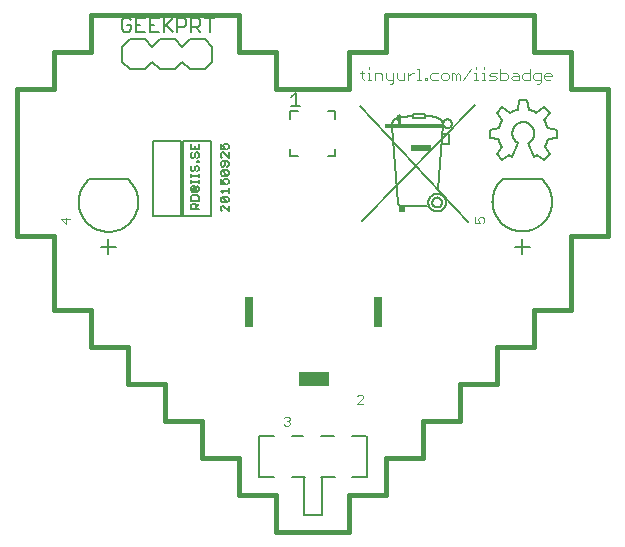
<source format=gto>
G75*
%MOIN*%
%OFA0B0*%
%FSLAX25Y25*%
%IPPOS*%
%LPD*%
%AMOC8*
5,1,8,0,0,1.08239X$1,22.5*
%
%ADD10C,0.01600*%
%ADD11C,0.00300*%
%ADD12C,0.00400*%
%ADD13R,0.10000X0.05000*%
%ADD14R,0.02835X0.10000*%
%ADD15C,0.00500*%
%ADD16C,0.00800*%
%ADD17C,0.00600*%
%ADD18C,0.00655*%
%ADD19R,0.19239X0.01392*%
%ADD20R,0.06631X0.02292*%
%ADD21R,0.02293X0.02210*%
D10*
X0087922Y0075619D02*
X0087922Y0087922D01*
X0075619Y0087922D01*
X0075619Y0100225D01*
X0063316Y0100225D01*
X0063316Y0124831D01*
X0051013Y0124831D01*
X0051013Y0174044D01*
X0063316Y0174044D01*
X0063316Y0186347D01*
X0075619Y0186347D01*
X0075619Y0198650D01*
X0124831Y0198650D01*
X0124831Y0186347D01*
X0137135Y0186347D01*
X0137135Y0174044D01*
X0161741Y0174044D01*
X0161741Y0186347D01*
X0174044Y0186347D01*
X0174044Y0198650D01*
X0223257Y0198650D01*
X0223257Y0186347D01*
X0235560Y0186347D01*
X0235560Y0174044D01*
X0247863Y0174044D01*
X0247863Y0124831D01*
X0235560Y0124831D01*
X0235560Y0100225D01*
X0223257Y0100225D01*
X0223257Y0087922D01*
X0210954Y0087922D01*
X0210954Y0075619D01*
X0198650Y0075619D01*
X0198650Y0063316D01*
X0186347Y0063316D01*
X0186347Y0051013D01*
X0174044Y0051013D01*
X0174044Y0038709D01*
X0161741Y0038709D01*
X0161741Y0026406D01*
X0137135Y0026406D01*
X0137135Y0038709D01*
X0124831Y0038709D01*
X0124831Y0051013D01*
X0112528Y0051013D01*
X0112528Y0063316D01*
X0100225Y0063316D01*
X0100225Y0075619D01*
X0087922Y0075619D01*
D11*
X0175152Y0175633D02*
X0175769Y0175633D01*
X0176386Y0176250D01*
X0176386Y0179336D01*
X0177601Y0179336D02*
X0177601Y0177485D01*
X0178218Y0176868D01*
X0180069Y0176868D01*
X0180069Y0179336D01*
X0181284Y0179336D02*
X0181284Y0176868D01*
X0181284Y0178102D02*
X0182518Y0179336D01*
X0183135Y0179336D01*
X0184353Y0180571D02*
X0184970Y0180571D01*
X0184970Y0176868D01*
X0184353Y0176868D02*
X0185587Y0176868D01*
X0186808Y0176868D02*
X0187426Y0176868D01*
X0187426Y0177485D01*
X0186808Y0177485D01*
X0186808Y0176868D01*
X0188650Y0177485D02*
X0189267Y0176868D01*
X0191119Y0176868D01*
X0192333Y0177485D02*
X0192333Y0178719D01*
X0192950Y0179336D01*
X0194185Y0179336D01*
X0194802Y0178719D01*
X0194802Y0177485D01*
X0194185Y0176868D01*
X0192950Y0176868D01*
X0192333Y0177485D01*
X0191119Y0179336D02*
X0189267Y0179336D01*
X0188650Y0178719D01*
X0188650Y0177485D01*
X0196016Y0176868D02*
X0196016Y0179336D01*
X0196633Y0179336D01*
X0197251Y0178719D01*
X0197868Y0179336D01*
X0198485Y0178719D01*
X0198485Y0176868D01*
X0199699Y0176868D02*
X0202168Y0180571D01*
X0203383Y0179336D02*
X0204000Y0179336D01*
X0204000Y0176868D01*
X0203383Y0176868D02*
X0204617Y0176868D01*
X0205838Y0176868D02*
X0207072Y0176868D01*
X0206455Y0176868D02*
X0206455Y0179336D01*
X0205838Y0179336D01*
X0206455Y0180571D02*
X0206455Y0181188D01*
X0204000Y0181188D02*
X0204000Y0180571D01*
X0208293Y0178719D02*
X0208911Y0179336D01*
X0210762Y0179336D01*
X0211977Y0179336D02*
X0213828Y0179336D01*
X0214445Y0178719D01*
X0214445Y0177485D01*
X0213828Y0176868D01*
X0211977Y0176868D01*
X0211977Y0180571D01*
X0210145Y0178102D02*
X0208911Y0178102D01*
X0208293Y0178719D01*
X0208293Y0176868D02*
X0210145Y0176868D01*
X0210762Y0177485D01*
X0210145Y0178102D01*
X0215660Y0177485D02*
X0216277Y0178102D01*
X0218128Y0178102D01*
X0218128Y0178719D02*
X0218128Y0176868D01*
X0216277Y0176868D01*
X0215660Y0177485D01*
X0216277Y0179336D02*
X0217511Y0179336D01*
X0218128Y0178719D01*
X0219343Y0178719D02*
X0219960Y0179336D01*
X0221812Y0179336D01*
X0221812Y0180571D02*
X0221812Y0176868D01*
X0219960Y0176868D01*
X0219343Y0177485D01*
X0219343Y0178719D01*
X0223026Y0178719D02*
X0223026Y0177485D01*
X0223643Y0176868D01*
X0225495Y0176868D01*
X0225495Y0176250D02*
X0225495Y0179336D01*
X0223643Y0179336D01*
X0223026Y0178719D01*
X0225495Y0176250D02*
X0224878Y0175633D01*
X0224260Y0175633D01*
X0226709Y0177485D02*
X0226709Y0178719D01*
X0227326Y0179336D01*
X0228561Y0179336D01*
X0229178Y0178719D01*
X0229178Y0178102D01*
X0226709Y0178102D01*
X0226709Y0177485D02*
X0227326Y0176868D01*
X0228561Y0176868D01*
X0197251Y0176868D02*
X0197251Y0178719D01*
X0176386Y0176868D02*
X0174535Y0176868D01*
X0173917Y0177485D01*
X0173917Y0179336D01*
X0172703Y0178719D02*
X0172703Y0176868D01*
X0172703Y0178719D02*
X0172086Y0179336D01*
X0170234Y0179336D01*
X0170234Y0176868D01*
X0169013Y0176868D02*
X0167779Y0176868D01*
X0168396Y0176868D02*
X0168396Y0179336D01*
X0167779Y0179336D01*
X0166558Y0179336D02*
X0165323Y0179336D01*
X0165941Y0179954D02*
X0165941Y0177485D01*
X0166558Y0176868D01*
X0168396Y0180571D02*
X0168396Y0181188D01*
D12*
X0203536Y0131193D02*
X0203536Y0129124D01*
X0205087Y0129124D01*
X0204570Y0130159D01*
X0204570Y0130676D01*
X0205087Y0131193D01*
X0206121Y0131193D01*
X0206639Y0130676D01*
X0206639Y0129641D01*
X0206121Y0129124D01*
X0165851Y0071943D02*
X0164817Y0071943D01*
X0164300Y0071426D01*
X0165851Y0071943D02*
X0166368Y0071426D01*
X0166368Y0070908D01*
X0164300Y0068840D01*
X0166368Y0068840D01*
X0141821Y0064165D02*
X0141821Y0063648D01*
X0141303Y0063131D01*
X0141821Y0062614D01*
X0141821Y0062097D01*
X0141303Y0061580D01*
X0140269Y0061580D01*
X0139752Y0062097D01*
X0140786Y0063131D02*
X0141303Y0063131D01*
X0141821Y0064165D02*
X0141303Y0064682D01*
X0140269Y0064682D01*
X0139752Y0064165D01*
X0068707Y0130511D02*
X0065605Y0130511D01*
X0067156Y0128959D01*
X0067156Y0131028D01*
D13*
X0149822Y0077140D03*
D14*
X0128405Y0099640D03*
X0171240Y0099640D03*
D15*
X0167465Y0058270D02*
X0167465Y0044490D01*
X0167269Y0044490D02*
X0162544Y0044490D01*
X0157032Y0044490D02*
X0152308Y0044490D01*
X0152505Y0044490D02*
X0152505Y0031892D01*
X0146599Y0031892D01*
X0146599Y0044490D01*
X0146796Y0044490D02*
X0142465Y0044490D01*
X0136560Y0044490D02*
X0131836Y0044490D01*
X0131639Y0044490D02*
X0131639Y0058270D01*
X0136560Y0058270D01*
X0142465Y0058270D02*
X0146402Y0058270D01*
X0152308Y0058270D02*
X0156639Y0058270D01*
X0162544Y0058270D02*
X0167269Y0058270D01*
X0219339Y0118924D02*
X0219339Y0121424D01*
X0221839Y0121424D01*
X0219339Y0121424D02*
X0219339Y0123924D01*
X0219339Y0121424D02*
X0216839Y0121424D01*
X0212839Y0143924D02*
X0212657Y0143763D01*
X0212479Y0143597D01*
X0212305Y0143426D01*
X0212136Y0143252D01*
X0211970Y0143073D01*
X0211810Y0142890D01*
X0211653Y0142704D01*
X0211502Y0142513D01*
X0211355Y0142319D01*
X0211213Y0142122D01*
X0211075Y0141921D01*
X0210943Y0141717D01*
X0210816Y0141509D01*
X0210694Y0141299D01*
X0210577Y0141085D01*
X0210465Y0140869D01*
X0210359Y0140650D01*
X0210258Y0140429D01*
X0210162Y0140205D01*
X0210072Y0139979D01*
X0209988Y0139751D01*
X0209909Y0139520D01*
X0209836Y0139288D01*
X0209769Y0139054D01*
X0209707Y0138819D01*
X0209651Y0138582D01*
X0209601Y0138344D01*
X0209557Y0138104D01*
X0209519Y0137864D01*
X0209487Y0137623D01*
X0209460Y0137381D01*
X0209440Y0137139D01*
X0209425Y0136896D01*
X0209417Y0136652D01*
X0209414Y0136409D01*
X0209417Y0136166D01*
X0209427Y0135923D01*
X0209442Y0135680D01*
X0209463Y0135437D01*
X0209490Y0135195D01*
X0209523Y0134954D01*
X0209562Y0134714D01*
X0209607Y0134475D01*
X0209658Y0134237D01*
X0209715Y0134000D01*
X0209777Y0133765D01*
X0209845Y0133531D01*
X0209919Y0133299D01*
X0209998Y0133069D01*
X0210083Y0132841D01*
X0210174Y0132616D01*
X0210270Y0132392D01*
X0210371Y0132171D01*
X0210478Y0131952D01*
X0210591Y0131736D01*
X0210708Y0131523D01*
X0210831Y0131313D01*
X0210959Y0131106D01*
X0211092Y0130902D01*
X0211230Y0130702D01*
X0211372Y0130505D01*
X0211520Y0130311D01*
X0211672Y0130121D01*
X0211829Y0129935D01*
X0211990Y0129753D01*
X0212156Y0129575D01*
X0212326Y0129401D01*
X0212501Y0129231D01*
X0212679Y0129065D01*
X0212861Y0128904D01*
X0213048Y0128748D01*
X0213238Y0128596D01*
X0213432Y0128449D01*
X0213629Y0128306D01*
X0213830Y0128169D01*
X0214034Y0128036D01*
X0214241Y0127908D01*
X0214451Y0127786D01*
X0214664Y0127669D01*
X0214881Y0127557D01*
X0215099Y0127450D01*
X0215321Y0127349D01*
X0215544Y0127253D01*
X0215770Y0127163D01*
X0215998Y0127078D01*
X0216229Y0126999D01*
X0216461Y0126926D01*
X0216694Y0126858D01*
X0216930Y0126796D01*
X0217166Y0126740D01*
X0217405Y0126689D01*
X0217644Y0126645D01*
X0217884Y0126606D01*
X0218125Y0126573D01*
X0218367Y0126547D01*
X0218610Y0126526D01*
X0218852Y0126511D01*
X0219096Y0126502D01*
X0219339Y0126499D01*
X0219582Y0126502D01*
X0219826Y0126511D01*
X0220068Y0126526D01*
X0220311Y0126547D01*
X0220553Y0126573D01*
X0220794Y0126606D01*
X0221034Y0126645D01*
X0221273Y0126689D01*
X0221512Y0126740D01*
X0221748Y0126796D01*
X0221984Y0126858D01*
X0222217Y0126926D01*
X0222449Y0126999D01*
X0222680Y0127078D01*
X0222908Y0127163D01*
X0223134Y0127253D01*
X0223357Y0127349D01*
X0223579Y0127450D01*
X0223797Y0127557D01*
X0224014Y0127669D01*
X0224227Y0127786D01*
X0224437Y0127908D01*
X0224644Y0128036D01*
X0224848Y0128169D01*
X0225049Y0128306D01*
X0225246Y0128449D01*
X0225440Y0128596D01*
X0225630Y0128748D01*
X0225817Y0128904D01*
X0225999Y0129065D01*
X0226177Y0129231D01*
X0226352Y0129401D01*
X0226522Y0129575D01*
X0226688Y0129753D01*
X0226849Y0129935D01*
X0227006Y0130121D01*
X0227158Y0130311D01*
X0227306Y0130505D01*
X0227448Y0130702D01*
X0227586Y0130902D01*
X0227719Y0131106D01*
X0227847Y0131313D01*
X0227970Y0131523D01*
X0228087Y0131736D01*
X0228200Y0131952D01*
X0228307Y0132171D01*
X0228408Y0132392D01*
X0228504Y0132616D01*
X0228595Y0132841D01*
X0228680Y0133069D01*
X0228759Y0133299D01*
X0228833Y0133531D01*
X0228901Y0133765D01*
X0228963Y0134000D01*
X0229020Y0134237D01*
X0229071Y0134475D01*
X0229116Y0134714D01*
X0229155Y0134954D01*
X0229188Y0135195D01*
X0229215Y0135437D01*
X0229236Y0135680D01*
X0229251Y0135923D01*
X0229261Y0136166D01*
X0229264Y0136409D01*
X0229261Y0136652D01*
X0229253Y0136896D01*
X0229238Y0137139D01*
X0229218Y0137381D01*
X0229191Y0137623D01*
X0229159Y0137864D01*
X0229121Y0138104D01*
X0229077Y0138344D01*
X0229027Y0138582D01*
X0228971Y0138819D01*
X0228909Y0139054D01*
X0228842Y0139288D01*
X0228769Y0139520D01*
X0228690Y0139751D01*
X0228606Y0139979D01*
X0228516Y0140205D01*
X0228420Y0140429D01*
X0228319Y0140650D01*
X0228213Y0140869D01*
X0228101Y0141085D01*
X0227984Y0141299D01*
X0227862Y0141509D01*
X0227735Y0141717D01*
X0227603Y0141921D01*
X0227465Y0142122D01*
X0227323Y0142319D01*
X0227176Y0142513D01*
X0227025Y0142704D01*
X0226868Y0142890D01*
X0226708Y0143073D01*
X0226542Y0143252D01*
X0226373Y0143426D01*
X0226199Y0143597D01*
X0226021Y0143763D01*
X0225839Y0143924D01*
X0212839Y0143924D01*
X0145291Y0168179D02*
X0142288Y0168179D01*
X0143790Y0168179D02*
X0143790Y0172683D01*
X0142288Y0171182D01*
X0121463Y0155258D02*
X0121463Y0154357D01*
X0121012Y0153907D01*
X0120111Y0153907D02*
X0119661Y0154807D01*
X0119661Y0155258D01*
X0120111Y0155708D01*
X0121012Y0155708D01*
X0121463Y0155258D01*
X0120111Y0153907D02*
X0118760Y0153907D01*
X0118760Y0155708D01*
X0119211Y0152762D02*
X0118760Y0152311D01*
X0118760Y0151410D01*
X0119211Y0150960D01*
X0119211Y0149815D02*
X0118760Y0149365D01*
X0118760Y0148464D01*
X0119211Y0148014D01*
X0119661Y0148014D01*
X0120111Y0148464D01*
X0120111Y0149815D01*
X0119211Y0149815D02*
X0121012Y0149815D01*
X0121463Y0149365D01*
X0121463Y0148464D01*
X0121012Y0148014D01*
X0121012Y0146869D02*
X0119211Y0146869D01*
X0121012Y0145067D01*
X0121463Y0145517D01*
X0121463Y0146418D01*
X0121012Y0146869D01*
X0119211Y0146869D02*
X0118760Y0146418D01*
X0118760Y0145517D01*
X0119211Y0145067D01*
X0121012Y0145067D01*
X0121012Y0143922D02*
X0120111Y0143922D01*
X0119661Y0143472D01*
X0119661Y0143021D01*
X0120111Y0142121D01*
X0118760Y0142121D01*
X0118760Y0143922D01*
X0121012Y0143922D02*
X0121463Y0143472D01*
X0121463Y0142571D01*
X0121012Y0142121D01*
X0121463Y0140976D02*
X0121463Y0139174D01*
X0121463Y0140075D02*
X0118760Y0140075D01*
X0119661Y0139174D01*
X0119211Y0138029D02*
X0121012Y0136228D01*
X0121463Y0136678D01*
X0121463Y0137579D01*
X0121012Y0138029D01*
X0119211Y0138029D01*
X0118760Y0137579D01*
X0118760Y0136678D01*
X0119211Y0136228D01*
X0121012Y0136228D01*
X0121463Y0135083D02*
X0121463Y0133281D01*
X0119661Y0135083D01*
X0119211Y0135083D01*
X0118760Y0134632D01*
X0118760Y0133731D01*
X0119211Y0133281D01*
X0111463Y0133772D02*
X0108760Y0133772D01*
X0108760Y0135123D01*
X0109211Y0135574D01*
X0110111Y0135574D01*
X0110562Y0135123D01*
X0110562Y0133772D01*
X0110562Y0134673D02*
X0111463Y0135574D01*
X0111463Y0136719D02*
X0111463Y0138070D01*
X0111012Y0138520D01*
X0109211Y0138520D01*
X0108760Y0138070D01*
X0108760Y0136719D01*
X0111463Y0136719D01*
X0111012Y0139665D02*
X0109211Y0139665D01*
X0108760Y0140116D01*
X0108760Y0141016D01*
X0109211Y0141467D01*
X0110111Y0141467D01*
X0110562Y0141016D01*
X0109661Y0141016D01*
X0109661Y0140116D01*
X0110562Y0140116D01*
X0110562Y0141016D01*
X0111012Y0141467D02*
X0111463Y0141016D01*
X0111463Y0140116D01*
X0111012Y0139665D01*
X0111463Y0142612D02*
X0111463Y0143512D01*
X0111463Y0143062D02*
X0108760Y0143062D01*
X0108760Y0142612D02*
X0108760Y0143512D01*
X0108760Y0144576D02*
X0108760Y0145477D01*
X0108760Y0145026D02*
X0111463Y0145026D01*
X0111463Y0144576D02*
X0111463Y0145477D01*
X0111012Y0146540D02*
X0111463Y0146991D01*
X0111463Y0147891D01*
X0111012Y0148342D01*
X0110562Y0148342D01*
X0110111Y0147891D01*
X0110111Y0146991D01*
X0109661Y0146540D01*
X0109211Y0146540D01*
X0108760Y0146991D01*
X0108760Y0147891D01*
X0109211Y0148342D01*
X0111012Y0149487D02*
X0111012Y0149937D01*
X0111463Y0149937D01*
X0111463Y0149487D01*
X0111012Y0149487D01*
X0111012Y0150960D02*
X0111463Y0151410D01*
X0111463Y0152311D01*
X0111012Y0152762D01*
X0110562Y0152762D01*
X0110111Y0152311D01*
X0110111Y0151410D01*
X0109661Y0150960D01*
X0109211Y0150960D01*
X0108760Y0151410D01*
X0108760Y0152311D01*
X0109211Y0152762D01*
X0108760Y0153907D02*
X0111463Y0153907D01*
X0111463Y0155708D01*
X0110111Y0154807D02*
X0110111Y0153907D01*
X0108760Y0153907D02*
X0108760Y0155708D01*
X0119211Y0152762D02*
X0119661Y0152762D01*
X0121463Y0150960D01*
X0121463Y0152762D01*
X0087907Y0143759D02*
X0074907Y0143759D01*
X0074725Y0143598D01*
X0074547Y0143432D01*
X0074373Y0143261D01*
X0074204Y0143087D01*
X0074038Y0142908D01*
X0073878Y0142725D01*
X0073721Y0142539D01*
X0073570Y0142348D01*
X0073423Y0142154D01*
X0073281Y0141957D01*
X0073143Y0141756D01*
X0073011Y0141552D01*
X0072884Y0141344D01*
X0072762Y0141134D01*
X0072645Y0140920D01*
X0072533Y0140704D01*
X0072427Y0140485D01*
X0072326Y0140264D01*
X0072230Y0140040D01*
X0072140Y0139814D01*
X0072056Y0139586D01*
X0071977Y0139355D01*
X0071904Y0139123D01*
X0071837Y0138889D01*
X0071775Y0138654D01*
X0071719Y0138417D01*
X0071669Y0138179D01*
X0071625Y0137939D01*
X0071587Y0137699D01*
X0071555Y0137458D01*
X0071528Y0137216D01*
X0071508Y0136974D01*
X0071493Y0136731D01*
X0071485Y0136487D01*
X0071482Y0136244D01*
X0071485Y0136001D01*
X0071495Y0135758D01*
X0071510Y0135515D01*
X0071531Y0135272D01*
X0071558Y0135030D01*
X0071591Y0134789D01*
X0071630Y0134549D01*
X0071675Y0134310D01*
X0071726Y0134072D01*
X0071783Y0133835D01*
X0071845Y0133600D01*
X0071913Y0133366D01*
X0071987Y0133134D01*
X0072066Y0132904D01*
X0072151Y0132676D01*
X0072242Y0132451D01*
X0072338Y0132227D01*
X0072439Y0132006D01*
X0072546Y0131787D01*
X0072659Y0131571D01*
X0072776Y0131358D01*
X0072899Y0131148D01*
X0073027Y0130941D01*
X0073160Y0130737D01*
X0073298Y0130537D01*
X0073440Y0130340D01*
X0073588Y0130146D01*
X0073740Y0129956D01*
X0073897Y0129770D01*
X0074058Y0129588D01*
X0074224Y0129410D01*
X0074394Y0129236D01*
X0074569Y0129066D01*
X0074747Y0128900D01*
X0074929Y0128739D01*
X0075116Y0128583D01*
X0075306Y0128431D01*
X0075500Y0128284D01*
X0075697Y0128141D01*
X0075898Y0128004D01*
X0076102Y0127871D01*
X0076309Y0127743D01*
X0076519Y0127621D01*
X0076732Y0127504D01*
X0076949Y0127392D01*
X0077167Y0127285D01*
X0077389Y0127184D01*
X0077612Y0127088D01*
X0077838Y0126998D01*
X0078066Y0126913D01*
X0078297Y0126834D01*
X0078529Y0126761D01*
X0078762Y0126693D01*
X0078998Y0126631D01*
X0079234Y0126575D01*
X0079473Y0126524D01*
X0079712Y0126480D01*
X0079952Y0126441D01*
X0080193Y0126408D01*
X0080435Y0126382D01*
X0080678Y0126361D01*
X0080920Y0126346D01*
X0081164Y0126337D01*
X0081407Y0126334D01*
X0081650Y0126337D01*
X0081894Y0126346D01*
X0082136Y0126361D01*
X0082379Y0126382D01*
X0082621Y0126408D01*
X0082862Y0126441D01*
X0083102Y0126480D01*
X0083341Y0126524D01*
X0083580Y0126575D01*
X0083816Y0126631D01*
X0084052Y0126693D01*
X0084285Y0126761D01*
X0084517Y0126834D01*
X0084748Y0126913D01*
X0084976Y0126998D01*
X0085202Y0127088D01*
X0085425Y0127184D01*
X0085647Y0127285D01*
X0085865Y0127392D01*
X0086082Y0127504D01*
X0086295Y0127621D01*
X0086505Y0127743D01*
X0086712Y0127871D01*
X0086916Y0128004D01*
X0087117Y0128141D01*
X0087314Y0128284D01*
X0087508Y0128431D01*
X0087698Y0128583D01*
X0087885Y0128739D01*
X0088067Y0128900D01*
X0088245Y0129066D01*
X0088420Y0129236D01*
X0088590Y0129410D01*
X0088756Y0129588D01*
X0088917Y0129770D01*
X0089074Y0129956D01*
X0089226Y0130146D01*
X0089374Y0130340D01*
X0089516Y0130537D01*
X0089654Y0130737D01*
X0089787Y0130941D01*
X0089915Y0131148D01*
X0090038Y0131358D01*
X0090155Y0131571D01*
X0090268Y0131787D01*
X0090375Y0132006D01*
X0090476Y0132227D01*
X0090572Y0132451D01*
X0090663Y0132676D01*
X0090748Y0132904D01*
X0090827Y0133134D01*
X0090901Y0133366D01*
X0090969Y0133600D01*
X0091031Y0133835D01*
X0091088Y0134072D01*
X0091139Y0134310D01*
X0091184Y0134549D01*
X0091223Y0134789D01*
X0091256Y0135030D01*
X0091283Y0135272D01*
X0091304Y0135515D01*
X0091319Y0135758D01*
X0091329Y0136001D01*
X0091332Y0136244D01*
X0091329Y0136487D01*
X0091321Y0136731D01*
X0091306Y0136974D01*
X0091286Y0137216D01*
X0091259Y0137458D01*
X0091227Y0137699D01*
X0091189Y0137939D01*
X0091145Y0138179D01*
X0091095Y0138417D01*
X0091039Y0138654D01*
X0090977Y0138889D01*
X0090910Y0139123D01*
X0090837Y0139355D01*
X0090758Y0139586D01*
X0090674Y0139814D01*
X0090584Y0140040D01*
X0090488Y0140264D01*
X0090387Y0140485D01*
X0090281Y0140704D01*
X0090169Y0140920D01*
X0090052Y0141134D01*
X0089930Y0141344D01*
X0089803Y0141552D01*
X0089671Y0141756D01*
X0089533Y0141957D01*
X0089391Y0142154D01*
X0089244Y0142348D01*
X0089093Y0142539D01*
X0088936Y0142725D01*
X0088776Y0142908D01*
X0088610Y0143087D01*
X0088441Y0143261D01*
X0088267Y0143432D01*
X0088089Y0143598D01*
X0087907Y0143759D01*
X0081407Y0123759D02*
X0081407Y0121259D01*
X0083907Y0121259D01*
X0081407Y0121259D02*
X0081407Y0118759D01*
X0081407Y0121259D02*
X0078907Y0121259D01*
X0086713Y0193030D02*
X0088215Y0193030D01*
X0088965Y0193781D01*
X0088965Y0195282D01*
X0087464Y0195282D01*
X0088965Y0196783D02*
X0088215Y0197534D01*
X0086713Y0197534D01*
X0085963Y0196783D01*
X0085963Y0193781D01*
X0086713Y0193030D01*
X0090567Y0193030D02*
X0090567Y0197534D01*
X0093569Y0197534D01*
X0095170Y0197534D02*
X0095170Y0193030D01*
X0098173Y0193030D01*
X0099774Y0193030D02*
X0099774Y0197534D01*
X0098173Y0197534D02*
X0095170Y0197534D01*
X0095170Y0195282D02*
X0096672Y0195282D01*
X0099774Y0194531D02*
X0102777Y0197534D01*
X0104378Y0197534D02*
X0106630Y0197534D01*
X0107381Y0196783D01*
X0107381Y0195282D01*
X0106630Y0194531D01*
X0104378Y0194531D01*
X0104378Y0193030D02*
X0104378Y0197534D01*
X0108982Y0197534D02*
X0111234Y0197534D01*
X0111985Y0196783D01*
X0111985Y0195282D01*
X0111234Y0194531D01*
X0108982Y0194531D01*
X0108982Y0193030D02*
X0108982Y0197534D01*
X0110484Y0194531D02*
X0111985Y0193030D01*
X0115087Y0193030D02*
X0115087Y0197534D01*
X0113586Y0197534D02*
X0116589Y0197534D01*
X0102777Y0193030D02*
X0100525Y0195282D01*
X0093569Y0193030D02*
X0090567Y0193030D01*
X0090567Y0195282D02*
X0092068Y0195282D01*
D16*
X0093513Y0190580D02*
X0088513Y0190580D01*
X0086013Y0188080D01*
X0086013Y0183080D01*
X0088513Y0180580D01*
X0093513Y0180580D01*
X0096013Y0183080D01*
X0098513Y0180580D01*
X0103513Y0180580D01*
X0106013Y0183080D01*
X0108513Y0180580D01*
X0113513Y0180580D01*
X0116013Y0183080D01*
X0116013Y0188080D01*
X0113513Y0190580D01*
X0108513Y0190580D01*
X0106013Y0188080D01*
X0103513Y0190580D01*
X0098513Y0190580D01*
X0096013Y0188080D01*
X0093513Y0190580D01*
X0096288Y0156505D02*
X0096288Y0131702D01*
X0105737Y0131702D01*
X0105737Y0156505D01*
X0096288Y0156505D01*
X0106288Y0156505D02*
X0106288Y0131702D01*
X0115737Y0131702D01*
X0115737Y0156505D01*
X0106288Y0156505D01*
D17*
X0142038Y0153929D02*
X0142038Y0151429D01*
X0144538Y0151429D01*
X0154538Y0151429D02*
X0157038Y0151429D01*
X0157038Y0153929D01*
X0157038Y0163929D02*
X0157038Y0166429D01*
X0154538Y0166429D01*
X0144538Y0166429D02*
X0142038Y0166429D01*
X0142038Y0163929D01*
X0208479Y0160352D02*
X0208479Y0157752D01*
X0211479Y0157252D01*
X0212479Y0154552D02*
X0210879Y0152152D01*
X0212679Y0150252D01*
X0215079Y0151952D01*
X0216079Y0151352D01*
X0218079Y0155852D01*
X0221279Y0155852D02*
X0223179Y0151352D01*
X0224179Y0151952D01*
X0226579Y0150252D01*
X0228479Y0152152D01*
X0226779Y0154552D01*
X0227779Y0157252D02*
X0230779Y0157752D01*
X0230779Y0160352D01*
X0227779Y0160952D01*
X0226679Y0163452D02*
X0228479Y0166052D01*
X0226579Y0167852D01*
X0223979Y0166052D01*
X0221479Y0167052D02*
X0220979Y0170252D01*
X0218279Y0170252D01*
X0217779Y0167052D01*
X0215279Y0166052D02*
X0212679Y0167852D01*
X0210779Y0166052D01*
X0212579Y0163452D01*
X0211479Y0160952D02*
X0208479Y0160352D01*
X0215314Y0166088D02*
X0215486Y0166188D01*
X0215661Y0166285D01*
X0215837Y0166377D01*
X0216016Y0166465D01*
X0216197Y0166549D01*
X0216380Y0166628D01*
X0216564Y0166703D01*
X0216751Y0166774D01*
X0216939Y0166840D01*
X0217128Y0166901D01*
X0217319Y0166958D01*
X0217512Y0167011D01*
X0217705Y0167058D01*
X0218079Y0155952D02*
X0217972Y0156007D01*
X0217866Y0156064D01*
X0217763Y0156126D01*
X0217661Y0156190D01*
X0217562Y0156258D01*
X0217465Y0156329D01*
X0217370Y0156403D01*
X0217278Y0156480D01*
X0217188Y0156561D01*
X0217101Y0156644D01*
X0217017Y0156730D01*
X0216936Y0156818D01*
X0216858Y0156910D01*
X0216782Y0157004D01*
X0216710Y0157100D01*
X0216641Y0157198D01*
X0216575Y0157299D01*
X0216513Y0157402D01*
X0216454Y0157507D01*
X0216398Y0157613D01*
X0216346Y0157722D01*
X0216298Y0157832D01*
X0216253Y0157944D01*
X0216212Y0158057D01*
X0216175Y0158171D01*
X0216141Y0158287D01*
X0216112Y0158403D01*
X0216086Y0158521D01*
X0216064Y0158639D01*
X0216045Y0158758D01*
X0216031Y0158877D01*
X0216021Y0158997D01*
X0216014Y0159117D01*
X0216012Y0159238D01*
X0216014Y0159358D01*
X0216019Y0159478D01*
X0216028Y0159598D01*
X0216042Y0159718D01*
X0216059Y0159837D01*
X0216080Y0159955D01*
X0216105Y0160073D01*
X0216134Y0160190D01*
X0216167Y0160305D01*
X0216203Y0160420D01*
X0216243Y0160533D01*
X0216287Y0160645D01*
X0216335Y0160756D01*
X0216386Y0160865D01*
X0216440Y0160972D01*
X0216499Y0161077D01*
X0216560Y0161181D01*
X0216625Y0161282D01*
X0216693Y0161381D01*
X0216765Y0161478D01*
X0216839Y0161572D01*
X0216917Y0161664D01*
X0216997Y0161753D01*
X0217081Y0161840D01*
X0217167Y0161924D01*
X0217256Y0162005D01*
X0217348Y0162083D01*
X0217442Y0162158D01*
X0217538Y0162229D01*
X0217637Y0162298D01*
X0217738Y0162363D01*
X0217841Y0162425D01*
X0217946Y0162484D01*
X0218053Y0162539D01*
X0218162Y0162591D01*
X0218272Y0162638D01*
X0218384Y0162683D01*
X0218497Y0162723D01*
X0218612Y0162760D01*
X0218728Y0162793D01*
X0218844Y0162823D01*
X0218962Y0162848D01*
X0219080Y0162870D01*
X0219199Y0162887D01*
X0219319Y0162901D01*
X0219439Y0162911D01*
X0219559Y0162917D01*
X0219679Y0162919D01*
X0219799Y0162917D01*
X0219919Y0162911D01*
X0220039Y0162901D01*
X0220159Y0162887D01*
X0220278Y0162870D01*
X0220396Y0162848D01*
X0220514Y0162823D01*
X0220630Y0162793D01*
X0220746Y0162760D01*
X0220861Y0162723D01*
X0220974Y0162683D01*
X0221086Y0162638D01*
X0221196Y0162591D01*
X0221305Y0162539D01*
X0221412Y0162484D01*
X0221517Y0162425D01*
X0221620Y0162363D01*
X0221721Y0162298D01*
X0221820Y0162229D01*
X0221916Y0162158D01*
X0222010Y0162083D01*
X0222102Y0162005D01*
X0222191Y0161924D01*
X0222277Y0161840D01*
X0222361Y0161753D01*
X0222441Y0161664D01*
X0222519Y0161572D01*
X0222593Y0161478D01*
X0222665Y0161381D01*
X0222733Y0161282D01*
X0222798Y0161181D01*
X0222859Y0161077D01*
X0222918Y0160972D01*
X0222972Y0160865D01*
X0223023Y0160756D01*
X0223071Y0160645D01*
X0223115Y0160533D01*
X0223155Y0160420D01*
X0223191Y0160305D01*
X0223224Y0160190D01*
X0223253Y0160073D01*
X0223278Y0159955D01*
X0223299Y0159837D01*
X0223316Y0159718D01*
X0223330Y0159598D01*
X0223339Y0159478D01*
X0223344Y0159358D01*
X0223346Y0159238D01*
X0223344Y0159117D01*
X0223337Y0158997D01*
X0223327Y0158877D01*
X0223313Y0158758D01*
X0223294Y0158639D01*
X0223272Y0158521D01*
X0223246Y0158403D01*
X0223217Y0158287D01*
X0223183Y0158171D01*
X0223146Y0158057D01*
X0223105Y0157944D01*
X0223060Y0157832D01*
X0223012Y0157722D01*
X0222960Y0157613D01*
X0222904Y0157507D01*
X0222845Y0157402D01*
X0222783Y0157299D01*
X0222717Y0157198D01*
X0222648Y0157100D01*
X0222576Y0157004D01*
X0222500Y0156910D01*
X0222422Y0156818D01*
X0222341Y0156730D01*
X0222257Y0156644D01*
X0222170Y0156561D01*
X0222080Y0156480D01*
X0221988Y0156403D01*
X0221893Y0156329D01*
X0221796Y0156258D01*
X0221697Y0156190D01*
X0221595Y0156126D01*
X0221492Y0156064D01*
X0221386Y0156007D01*
X0221279Y0155952D01*
X0226780Y0154547D02*
X0226876Y0154713D01*
X0226969Y0154880D01*
X0227057Y0155050D01*
X0227141Y0155222D01*
X0227221Y0155395D01*
X0227297Y0155571D01*
X0227369Y0155748D01*
X0227436Y0155927D01*
X0227500Y0156108D01*
X0227559Y0156290D01*
X0227613Y0156473D01*
X0227664Y0156658D01*
X0227710Y0156843D01*
X0227751Y0157030D01*
X0227788Y0157218D01*
X0227769Y0160953D02*
X0227719Y0161141D01*
X0227664Y0161328D01*
X0227605Y0161514D01*
X0227541Y0161698D01*
X0227473Y0161881D01*
X0227400Y0162062D01*
X0227323Y0162241D01*
X0227242Y0162418D01*
X0227156Y0162594D01*
X0227067Y0162767D01*
X0226973Y0162938D01*
X0226875Y0163106D01*
X0226773Y0163273D01*
X0226668Y0163436D01*
X0224016Y0166069D02*
X0223851Y0166167D01*
X0223683Y0166261D01*
X0223513Y0166351D01*
X0223341Y0166438D01*
X0223168Y0166520D01*
X0222992Y0166599D01*
X0222815Y0166673D01*
X0222636Y0166743D01*
X0222455Y0166809D01*
X0222273Y0166871D01*
X0222090Y0166929D01*
X0221905Y0166983D01*
X0221719Y0167032D01*
X0221532Y0167077D01*
X0212588Y0163398D02*
X0212488Y0163236D01*
X0212391Y0163071D01*
X0212298Y0162904D01*
X0212210Y0162735D01*
X0212125Y0162565D01*
X0212044Y0162392D01*
X0211967Y0162217D01*
X0211894Y0162041D01*
X0211825Y0161863D01*
X0211760Y0161683D01*
X0211699Y0161503D01*
X0211643Y0161320D01*
X0211590Y0161137D01*
X0211542Y0160952D01*
X0211486Y0157236D02*
X0211529Y0157036D01*
X0211576Y0156838D01*
X0211628Y0156641D01*
X0211686Y0156445D01*
X0211747Y0156250D01*
X0211814Y0156057D01*
X0211885Y0155866D01*
X0211961Y0155676D01*
X0212042Y0155489D01*
X0212127Y0155303D01*
X0212217Y0155120D01*
X0212311Y0154939D01*
X0212410Y0154760D01*
X0212513Y0154584D01*
D18*
X0203736Y0168465D02*
X0166077Y0129823D01*
X0177866Y0136045D02*
X0175901Y0161261D01*
X0175901Y0161915D01*
X0178193Y0161915D02*
X0178521Y0161915D01*
X0178684Y0164863D01*
X0178686Y0164897D01*
X0178684Y0164932D01*
X0178679Y0164966D01*
X0178670Y0164999D01*
X0178658Y0165032D01*
X0178642Y0165063D01*
X0178624Y0165092D01*
X0178602Y0165118D01*
X0178578Y0165143D01*
X0178551Y0165165D01*
X0178522Y0165184D01*
X0178491Y0165199D01*
X0178459Y0165212D01*
X0178426Y0165221D01*
X0178392Y0165226D01*
X0178357Y0165228D01*
X0178322Y0165226D01*
X0178288Y0165221D01*
X0178255Y0165212D01*
X0178223Y0165199D01*
X0178192Y0165184D01*
X0178163Y0165165D01*
X0178136Y0165143D01*
X0178112Y0165118D01*
X0178090Y0165092D01*
X0178072Y0165063D01*
X0178056Y0165032D01*
X0178044Y0164999D01*
X0178035Y0164966D01*
X0178030Y0164932D01*
X0178028Y0164897D01*
X0178030Y0164863D01*
X0178193Y0161915D01*
X0175901Y0161915D02*
X0175903Y0162010D01*
X0175908Y0162104D01*
X0175917Y0162199D01*
X0175930Y0162293D01*
X0175947Y0162386D01*
X0175967Y0162479D01*
X0175990Y0162571D01*
X0176017Y0162662D01*
X0176048Y0162752D01*
X0176082Y0162840D01*
X0176119Y0162928D01*
X0176160Y0163013D01*
X0176204Y0163097D01*
X0176252Y0163179D01*
X0176302Y0163260D01*
X0176355Y0163338D01*
X0176412Y0163414D01*
X0176471Y0163488D01*
X0176533Y0163560D01*
X0176598Y0163629D01*
X0176666Y0163696D01*
X0176736Y0163760D01*
X0176808Y0163821D01*
X0176883Y0163880D01*
X0176884Y0163880D02*
X0176974Y0163945D01*
X0177066Y0164008D01*
X0177161Y0164067D01*
X0177257Y0164123D01*
X0177355Y0164176D01*
X0177455Y0164226D01*
X0177556Y0164273D01*
X0177659Y0164316D01*
X0177763Y0164355D01*
X0177869Y0164392D01*
X0177975Y0164424D01*
X0178083Y0164454D01*
X0178191Y0164479D01*
X0178300Y0164501D01*
X0178410Y0164520D01*
X0178521Y0164535D01*
X0182778Y0164208D02*
X0182778Y0164863D01*
X0182778Y0165518D01*
X0187035Y0165518D01*
X0187035Y0164208D01*
X0182778Y0164208D01*
X0187362Y0164863D02*
X0187690Y0164863D01*
X0192602Y0163225D02*
X0192647Y0163158D01*
X0192689Y0163089D01*
X0192728Y0163018D01*
X0192764Y0162946D01*
X0192796Y0162872D01*
X0192825Y0162797D01*
X0192851Y0162720D01*
X0192873Y0162642D01*
X0192891Y0162564D01*
X0192906Y0162484D01*
X0192918Y0162404D01*
X0192925Y0162324D01*
X0192929Y0162243D01*
X0192930Y0162243D02*
X0191292Y0140302D01*
X0189328Y0136127D02*
X0189330Y0136207D01*
X0189336Y0136287D01*
X0189346Y0136367D01*
X0189359Y0136446D01*
X0189377Y0136525D01*
X0189398Y0136602D01*
X0189424Y0136678D01*
X0189453Y0136753D01*
X0189485Y0136827D01*
X0189521Y0136899D01*
X0189561Y0136969D01*
X0189604Y0137036D01*
X0189650Y0137102D01*
X0189700Y0137166D01*
X0189752Y0137226D01*
X0189807Y0137285D01*
X0189866Y0137340D01*
X0189926Y0137392D01*
X0189990Y0137442D01*
X0190056Y0137488D01*
X0190123Y0137531D01*
X0190193Y0137571D01*
X0190265Y0137607D01*
X0190339Y0137639D01*
X0190414Y0137668D01*
X0190490Y0137694D01*
X0190567Y0137715D01*
X0190646Y0137733D01*
X0190725Y0137746D01*
X0190805Y0137756D01*
X0190885Y0137762D01*
X0190965Y0137764D01*
X0191045Y0137762D01*
X0191125Y0137756D01*
X0191205Y0137746D01*
X0191284Y0137733D01*
X0191363Y0137715D01*
X0191440Y0137694D01*
X0191516Y0137668D01*
X0191591Y0137639D01*
X0191665Y0137607D01*
X0191737Y0137571D01*
X0191807Y0137531D01*
X0191874Y0137488D01*
X0191940Y0137442D01*
X0192004Y0137392D01*
X0192064Y0137340D01*
X0192123Y0137285D01*
X0192178Y0137226D01*
X0192230Y0137166D01*
X0192280Y0137102D01*
X0192326Y0137036D01*
X0192369Y0136969D01*
X0192409Y0136899D01*
X0192445Y0136827D01*
X0192477Y0136753D01*
X0192506Y0136678D01*
X0192532Y0136602D01*
X0192553Y0136525D01*
X0192571Y0136446D01*
X0192584Y0136367D01*
X0192594Y0136287D01*
X0192600Y0136207D01*
X0192602Y0136127D01*
X0192600Y0136047D01*
X0192594Y0135967D01*
X0192584Y0135887D01*
X0192571Y0135808D01*
X0192553Y0135729D01*
X0192532Y0135652D01*
X0192506Y0135576D01*
X0192477Y0135501D01*
X0192445Y0135427D01*
X0192409Y0135355D01*
X0192369Y0135285D01*
X0192326Y0135218D01*
X0192280Y0135152D01*
X0192230Y0135088D01*
X0192178Y0135028D01*
X0192123Y0134969D01*
X0192064Y0134914D01*
X0192004Y0134862D01*
X0191940Y0134812D01*
X0191874Y0134766D01*
X0191807Y0134723D01*
X0191737Y0134683D01*
X0191665Y0134647D01*
X0191591Y0134615D01*
X0191516Y0134586D01*
X0191440Y0134560D01*
X0191363Y0134539D01*
X0191284Y0134521D01*
X0191205Y0134508D01*
X0191125Y0134498D01*
X0191045Y0134492D01*
X0190965Y0134490D01*
X0190885Y0134492D01*
X0190805Y0134498D01*
X0190725Y0134508D01*
X0190646Y0134521D01*
X0190567Y0134539D01*
X0190490Y0134560D01*
X0190414Y0134586D01*
X0190339Y0134615D01*
X0190265Y0134647D01*
X0190193Y0134683D01*
X0190123Y0134723D01*
X0190056Y0134766D01*
X0189990Y0134812D01*
X0189926Y0134862D01*
X0189866Y0134914D01*
X0189807Y0134969D01*
X0189752Y0135028D01*
X0189700Y0135088D01*
X0189650Y0135152D01*
X0189604Y0135218D01*
X0189561Y0135285D01*
X0189521Y0135355D01*
X0189485Y0135427D01*
X0189453Y0135501D01*
X0189424Y0135576D01*
X0189398Y0135652D01*
X0189377Y0135729D01*
X0189359Y0135808D01*
X0189346Y0135887D01*
X0189336Y0135967D01*
X0189330Y0136047D01*
X0189328Y0136127D01*
X0188013Y0136127D02*
X0188015Y0136235D01*
X0188021Y0136344D01*
X0188031Y0136452D01*
X0188045Y0136559D01*
X0188063Y0136666D01*
X0188084Y0136773D01*
X0188110Y0136878D01*
X0188140Y0136982D01*
X0188173Y0137086D01*
X0188210Y0137187D01*
X0188251Y0137288D01*
X0188295Y0137387D01*
X0188343Y0137484D01*
X0188395Y0137579D01*
X0188450Y0137673D01*
X0188509Y0137764D01*
X0188570Y0137853D01*
X0188635Y0137940D01*
X0188704Y0138025D01*
X0188775Y0138106D01*
X0188849Y0138185D01*
X0188926Y0138262D01*
X0189006Y0138335D01*
X0189088Y0138406D01*
X0189173Y0138473D01*
X0189261Y0138537D01*
X0189350Y0138598D01*
X0189442Y0138656D01*
X0189536Y0138710D01*
X0189632Y0138761D01*
X0189730Y0138808D01*
X0189829Y0138852D01*
X0189930Y0138892D01*
X0190032Y0138928D01*
X0190136Y0138960D01*
X0190240Y0138989D01*
X0190346Y0139013D01*
X0190452Y0139034D01*
X0190560Y0139051D01*
X0190667Y0139064D01*
X0190775Y0139073D01*
X0190884Y0139078D01*
X0190992Y0139079D01*
X0191101Y0139076D01*
X0191209Y0139069D01*
X0191317Y0139058D01*
X0191424Y0139043D01*
X0191531Y0139024D01*
X0191637Y0139001D01*
X0191742Y0138975D01*
X0191846Y0138944D01*
X0191949Y0138910D01*
X0192051Y0138872D01*
X0192151Y0138830D01*
X0192249Y0138785D01*
X0192346Y0138736D01*
X0192441Y0138684D01*
X0192534Y0138628D01*
X0192625Y0138568D01*
X0192713Y0138506D01*
X0192799Y0138440D01*
X0192883Y0138371D01*
X0192964Y0138299D01*
X0193043Y0138224D01*
X0193118Y0138146D01*
X0193191Y0138066D01*
X0193261Y0137983D01*
X0193327Y0137897D01*
X0193391Y0137809D01*
X0193451Y0137719D01*
X0193508Y0137626D01*
X0193561Y0137532D01*
X0193611Y0137436D01*
X0193657Y0137338D01*
X0193700Y0137238D01*
X0193739Y0137137D01*
X0193774Y0137034D01*
X0193806Y0136930D01*
X0193833Y0136825D01*
X0193857Y0136720D01*
X0193877Y0136613D01*
X0193893Y0136506D01*
X0193905Y0136398D01*
X0193913Y0136290D01*
X0193917Y0136181D01*
X0193917Y0136073D01*
X0193913Y0135964D01*
X0193905Y0135856D01*
X0193893Y0135748D01*
X0193877Y0135641D01*
X0193857Y0135534D01*
X0193833Y0135429D01*
X0193806Y0135324D01*
X0193774Y0135220D01*
X0193739Y0135117D01*
X0193700Y0135016D01*
X0193657Y0134916D01*
X0193611Y0134818D01*
X0193561Y0134722D01*
X0193508Y0134628D01*
X0193451Y0134535D01*
X0193391Y0134445D01*
X0193327Y0134357D01*
X0193261Y0134271D01*
X0193191Y0134188D01*
X0193118Y0134108D01*
X0193043Y0134030D01*
X0192964Y0133955D01*
X0192883Y0133883D01*
X0192799Y0133814D01*
X0192713Y0133748D01*
X0192625Y0133686D01*
X0192534Y0133626D01*
X0192441Y0133570D01*
X0192346Y0133518D01*
X0192249Y0133469D01*
X0192151Y0133424D01*
X0192051Y0133382D01*
X0191949Y0133344D01*
X0191846Y0133310D01*
X0191742Y0133279D01*
X0191637Y0133253D01*
X0191531Y0133230D01*
X0191424Y0133211D01*
X0191317Y0133196D01*
X0191209Y0133185D01*
X0191101Y0133178D01*
X0190992Y0133175D01*
X0190884Y0133176D01*
X0190775Y0133181D01*
X0190667Y0133190D01*
X0190560Y0133203D01*
X0190452Y0133220D01*
X0190346Y0133241D01*
X0190240Y0133265D01*
X0190136Y0133294D01*
X0190032Y0133326D01*
X0189930Y0133362D01*
X0189829Y0133402D01*
X0189730Y0133446D01*
X0189632Y0133493D01*
X0189536Y0133544D01*
X0189442Y0133598D01*
X0189350Y0133656D01*
X0189261Y0133717D01*
X0189173Y0133781D01*
X0189088Y0133848D01*
X0189006Y0133919D01*
X0188926Y0133992D01*
X0188849Y0134069D01*
X0188775Y0134148D01*
X0188704Y0134229D01*
X0188635Y0134314D01*
X0188570Y0134401D01*
X0188509Y0134490D01*
X0188450Y0134581D01*
X0188395Y0134675D01*
X0188343Y0134770D01*
X0188295Y0134867D01*
X0188251Y0134966D01*
X0188210Y0135067D01*
X0188173Y0135168D01*
X0188140Y0135272D01*
X0188110Y0135376D01*
X0188084Y0135481D01*
X0188063Y0135588D01*
X0188045Y0135695D01*
X0188031Y0135802D01*
X0188021Y0135910D01*
X0188015Y0136019D01*
X0188013Y0136127D01*
X0187690Y0135063D02*
X0178848Y0135063D01*
X0178848Y0135062D02*
X0178786Y0135064D01*
X0178724Y0135070D01*
X0178663Y0135079D01*
X0178603Y0135093D01*
X0178544Y0135110D01*
X0178486Y0135131D01*
X0178429Y0135156D01*
X0178374Y0135184D01*
X0178321Y0135215D01*
X0178270Y0135250D01*
X0178221Y0135288D01*
X0178175Y0135329D01*
X0178131Y0135372D01*
X0178090Y0135419D01*
X0178053Y0135467D01*
X0178018Y0135518D01*
X0177987Y0135572D01*
X0177959Y0135627D01*
X0177934Y0135683D01*
X0177913Y0135741D01*
X0177896Y0135801D01*
X0177882Y0135861D01*
X0177873Y0135922D01*
X0177867Y0135983D01*
X0177865Y0136045D01*
X0187689Y0164862D02*
X0187987Y0164859D01*
X0188283Y0164849D01*
X0188580Y0164832D01*
X0188876Y0164809D01*
X0189172Y0164780D01*
X0189467Y0164744D01*
X0189761Y0164701D01*
X0190054Y0164652D01*
X0190346Y0164596D01*
X0190637Y0164534D01*
X0192929Y0162407D02*
X0192931Y0162484D01*
X0192937Y0162560D01*
X0192947Y0162636D01*
X0192961Y0162711D01*
X0192978Y0162785D01*
X0193000Y0162859D01*
X0193025Y0162931D01*
X0193054Y0163002D01*
X0193087Y0163071D01*
X0193123Y0163138D01*
X0193163Y0163204D01*
X0193206Y0163267D01*
X0193252Y0163328D01*
X0193302Y0163387D01*
X0193354Y0163442D01*
X0193409Y0163496D01*
X0193467Y0163546D01*
X0193527Y0163593D01*
X0193590Y0163637D01*
X0193655Y0163677D01*
X0193722Y0163714D01*
X0193791Y0163748D01*
X0193861Y0163778D01*
X0193933Y0163804D01*
X0194006Y0163827D01*
X0194080Y0163845D01*
X0194155Y0163860D01*
X0194231Y0163871D01*
X0194307Y0163878D01*
X0194384Y0163881D01*
X0194460Y0163880D01*
X0194537Y0163875D01*
X0194613Y0163866D01*
X0194688Y0163853D01*
X0194763Y0163836D01*
X0194837Y0163816D01*
X0194909Y0163791D01*
X0194980Y0163763D01*
X0195050Y0163731D01*
X0195118Y0163696D01*
X0195184Y0163657D01*
X0195248Y0163615D01*
X0195309Y0163570D01*
X0195368Y0163521D01*
X0195425Y0163469D01*
X0195479Y0163415D01*
X0195529Y0163358D01*
X0195577Y0163298D01*
X0195622Y0163236D01*
X0195663Y0163171D01*
X0195701Y0163105D01*
X0195736Y0163037D01*
X0195767Y0162967D01*
X0195794Y0162895D01*
X0195817Y0162822D01*
X0195837Y0162748D01*
X0195853Y0162673D01*
X0195865Y0162598D01*
X0195873Y0162522D01*
X0195877Y0162445D01*
X0195877Y0162369D01*
X0195873Y0162292D01*
X0195865Y0162216D01*
X0195853Y0162141D01*
X0195837Y0162066D01*
X0195817Y0161992D01*
X0195794Y0161919D01*
X0195767Y0161847D01*
X0195736Y0161777D01*
X0195701Y0161709D01*
X0195663Y0161643D01*
X0195622Y0161578D01*
X0195577Y0161516D01*
X0195529Y0161456D01*
X0195479Y0161399D01*
X0195425Y0161345D01*
X0195368Y0161293D01*
X0195309Y0161244D01*
X0195248Y0161199D01*
X0195184Y0161157D01*
X0195118Y0161118D01*
X0195050Y0161083D01*
X0194980Y0161051D01*
X0194909Y0161023D01*
X0194837Y0160998D01*
X0194763Y0160978D01*
X0194688Y0160961D01*
X0194613Y0160948D01*
X0194537Y0160939D01*
X0194460Y0160934D01*
X0194384Y0160933D01*
X0194307Y0160936D01*
X0194231Y0160943D01*
X0194155Y0160954D01*
X0194080Y0160969D01*
X0194006Y0160987D01*
X0193933Y0161010D01*
X0193861Y0161036D01*
X0193791Y0161066D01*
X0193722Y0161100D01*
X0193655Y0161137D01*
X0193590Y0161177D01*
X0193527Y0161221D01*
X0193467Y0161268D01*
X0193409Y0161318D01*
X0193354Y0161372D01*
X0193302Y0161427D01*
X0193252Y0161486D01*
X0193206Y0161547D01*
X0193163Y0161610D01*
X0193123Y0161676D01*
X0193087Y0161743D01*
X0193054Y0161812D01*
X0193025Y0161883D01*
X0193000Y0161955D01*
X0192978Y0162029D01*
X0192961Y0162103D01*
X0192947Y0162178D01*
X0192937Y0162254D01*
X0192931Y0162330D01*
X0192929Y0162407D01*
X0192602Y0163225D02*
X0192537Y0163313D01*
X0192469Y0163400D01*
X0192399Y0163484D01*
X0192325Y0163565D01*
X0192249Y0163644D01*
X0192170Y0163721D01*
X0192089Y0163795D01*
X0192006Y0163866D01*
X0191920Y0163934D01*
X0191831Y0163999D01*
X0191741Y0164062D01*
X0191649Y0164121D01*
X0191554Y0164177D01*
X0191458Y0164231D01*
X0191361Y0164280D01*
X0191261Y0164327D01*
X0191160Y0164370D01*
X0191058Y0164410D01*
X0190954Y0164446D01*
X0190850Y0164479D01*
X0190744Y0164509D01*
X0190637Y0164535D01*
X0193011Y0159050D02*
X0194894Y0159050D01*
X0194894Y0155693D01*
X0192848Y0155693D01*
X0201116Y0129496D02*
X0165094Y0168137D01*
X0178521Y0164534D02*
X0179582Y0164649D01*
X0180646Y0164741D01*
X0181711Y0164813D01*
X0182778Y0164862D01*
D19*
X0183392Y0161711D03*
D20*
X0185602Y0154383D03*
D21*
X0179339Y0133957D03*
M02*

</source>
